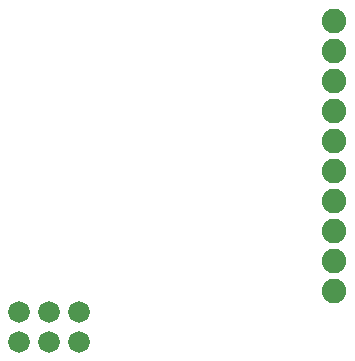
<source format=gbs>
G75*
G70*
%OFA0B0*%
%FSLAX24Y24*%
%IPPOS*%
%LPD*%
%AMOC8*
5,1,8,0,0,1.08239X$1,22.5*
%
%ADD10C,0.0820*%
%ADD11C,0.0720*%
D10*
X018100Y002700D03*
X018100Y003700D03*
X018100Y004700D03*
X018100Y005700D03*
X018100Y006700D03*
X018100Y007700D03*
X018100Y008700D03*
X018100Y009700D03*
X018100Y010700D03*
X018100Y011700D03*
D11*
X007600Y001000D03*
X008600Y001000D03*
X009600Y001000D03*
X009600Y002000D03*
X008600Y002000D03*
X007600Y002000D03*
M02*

</source>
